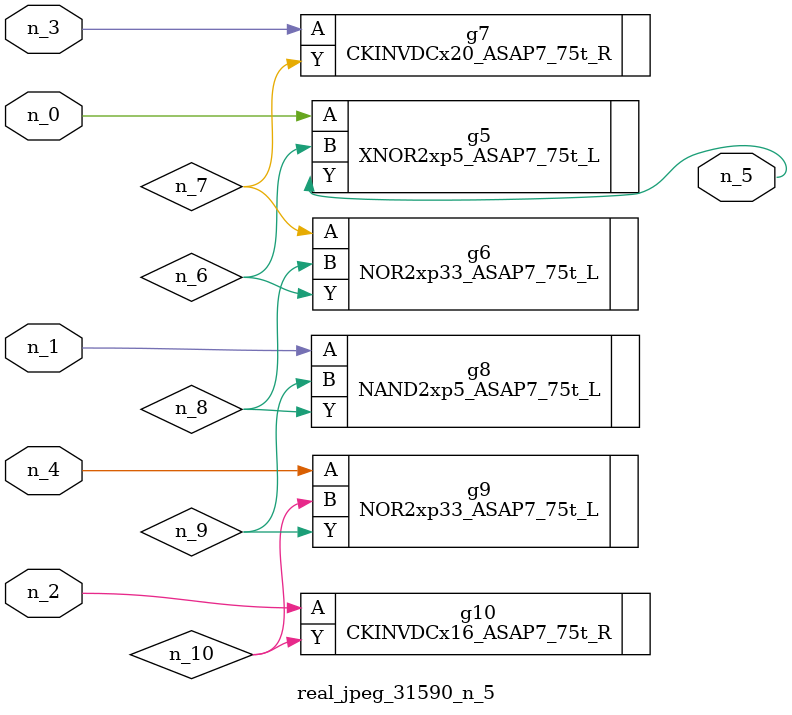
<source format=v>
module real_jpeg_31590_n_5 (n_4, n_0, n_1, n_2, n_3, n_5);

input n_4;
input n_0;
input n_1;
input n_2;
input n_3;

output n_5;

wire n_8;
wire n_6;
wire n_7;
wire n_10;
wire n_9;

XNOR2xp5_ASAP7_75t_L g5 ( 
.A(n_0),
.B(n_6),
.Y(n_5)
);

NAND2xp5_ASAP7_75t_L g8 ( 
.A(n_1),
.B(n_9),
.Y(n_8)
);

CKINVDCx16_ASAP7_75t_R g10 ( 
.A(n_2),
.Y(n_10)
);

CKINVDCx20_ASAP7_75t_R g7 ( 
.A(n_3),
.Y(n_7)
);

NOR2xp33_ASAP7_75t_L g9 ( 
.A(n_4),
.B(n_10),
.Y(n_9)
);

NOR2xp33_ASAP7_75t_L g6 ( 
.A(n_7),
.B(n_8),
.Y(n_6)
);


endmodule
</source>
